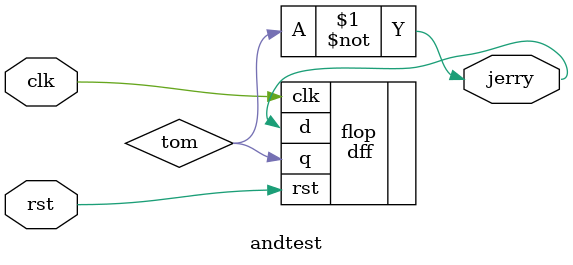
<source format=v>
`timescale 1us/100ns
module andtest(
input clk, 
input rst, 
output jerry);

wire tom;

dff flop(.q(tom), .d(jerry), .clk(clk), .rst(rst));

assign jerry = ~tom;

endmodule

</source>
